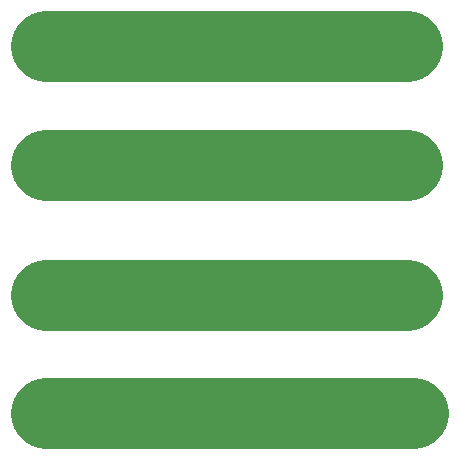
<source format=gbr>
%TF.GenerationSoftware,KiCad,Pcbnew,5.1.6-c6e7f7d~87~ubuntu18.04.1*%
%TF.CreationDate,2021-08-18T14:30:57+12:00*%
%TF.ProjectId,Output Splitter,4f757470-7574-4205-9370-6c6974746572,rev?*%
%TF.SameCoordinates,Original*%
%TF.FileFunction,Copper,L1,Top*%
%TF.FilePolarity,Positive*%
%FSLAX46Y46*%
G04 Gerber Fmt 4.6, Leading zero omitted, Abs format (unit mm)*
G04 Created by KiCad (PCBNEW 5.1.6-c6e7f7d~87~ubuntu18.04.1) date 2021-08-18 14:30:57*
%MOMM*%
%LPD*%
G01*
G04 APERTURE LIST*
%TA.AperFunction,ComponentPad*%
%ADD10C,4.400000*%
%TD*%
%TA.AperFunction,Conductor*%
%ADD11C,6.000000*%
%TD*%
G04 APERTURE END LIST*
D10*
%TO.P,J1,1*%
%TO.N,Net-(J1-Pad1)*%
X109000000Y-68000000D03*
%TD*%
%TO.P,J2,1*%
%TO.N,Net-(J1-Pad1)*%
X140000000Y-68000000D03*
%TD*%
%TO.P,J3,1*%
%TO.N,Net-(J1-Pad1)*%
X121000000Y-68000000D03*
%TD*%
%TO.P,J4,1*%
%TO.N,Net-(J4-Pad1)*%
X109000000Y-58000000D03*
%TD*%
%TO.P,J5,1*%
%TO.N,Net-(J4-Pad1)*%
X139500000Y-58000000D03*
%TD*%
%TO.P,J6,1*%
%TO.N,Net-(J4-Pad1)*%
X121000000Y-58000000D03*
%TD*%
%TO.P,J7,1*%
%TO.N,Net-(J7-Pad1)*%
X109000000Y-37000000D03*
%TD*%
%TO.P,J8,1*%
%TO.N,Net-(J7-Pad1)*%
X139500000Y-37000000D03*
%TD*%
%TO.P,J9,1*%
%TO.N,Net-(J7-Pad1)*%
X121000000Y-37000000D03*
%TD*%
%TO.P,J10,1*%
%TO.N,Net-(J10-Pad1)*%
X109000000Y-47000000D03*
%TD*%
%TO.P,J11,1*%
%TO.N,Net-(J10-Pad1)*%
X139500000Y-47000000D03*
%TD*%
%TO.P,J12,1*%
%TO.N,Net-(J10-Pad1)*%
X121000000Y-47000000D03*
%TD*%
D11*
%TO.N,Net-(J1-Pad1)*%
X140000000Y-68000000D02*
X109000000Y-68000000D01*
%TO.N,Net-(J4-Pad1)*%
X139500000Y-58000000D02*
X109000000Y-58000000D01*
%TO.N,Net-(J7-Pad1)*%
X139500000Y-37000000D02*
X109000000Y-37000000D01*
%TO.N,Net-(J10-Pad1)*%
X139500000Y-47000000D02*
X109000000Y-47000000D01*
%TD*%
M02*

</source>
